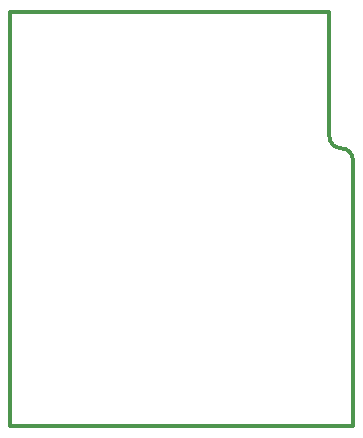
<source format=gbr>
G04 #@! TF.GenerationSoftware,KiCad,Pcbnew,5.1.12-84ad8e8a86~92~ubuntu20.04.1*
G04 #@! TF.CreationDate,2022-05-26T22:04:44-05:00*
G04 #@! TF.ProjectId,sensor_oxigeno,73656e73-6f72-45f6-9f78-6967656e6f2e,rev?*
G04 #@! TF.SameCoordinates,Original*
G04 #@! TF.FileFunction,Profile,NP*
%FSLAX46Y46*%
G04 Gerber Fmt 4.6, Leading zero omitted, Abs format (unit mm)*
G04 Created by KiCad (PCBNEW 5.1.12-84ad8e8a86~92~ubuntu20.04.1) date 2022-05-26 22:04:44*
%MOMM*%
%LPD*%
G01*
G04 APERTURE LIST*
G04 #@! TA.AperFunction,Profile*
%ADD10C,0.300000*%
G04 #@! TD*
G04 APERTURE END LIST*
D10*
X98450000Y-24536400D02*
X98450000Y-59580000D01*
X98450400Y-24536400D02*
X125450600Y-24536400D01*
X125450000Y-24536400D02*
X125450000Y-35080000D01*
X126450000Y-36080000D02*
G75*
G02*
X125450000Y-35080000I0J1000000D01*
G01*
X126450000Y-36080000D02*
G75*
G02*
X127450000Y-37080000I0J-1000000D01*
G01*
X127450000Y-37080000D02*
X127450000Y-59580000D01*
X127450000Y-59580000D02*
X98450000Y-59580000D01*
M02*

</source>
